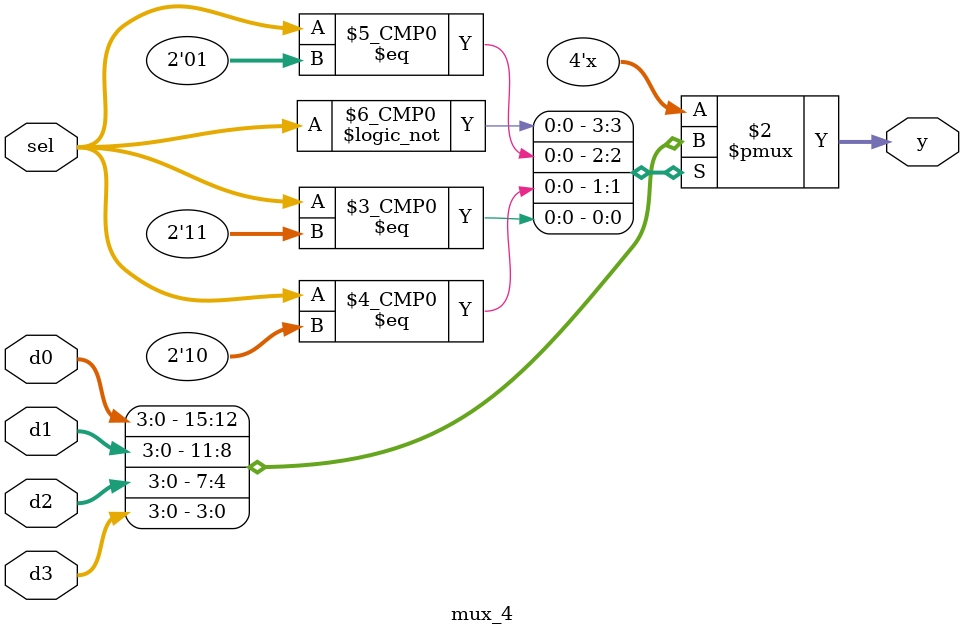
<source format=v>
module mux_4 #(parameter N=4) (d0,d1,d2,d3,sel,y);
input [N-1:0] d0,d1,d2,d3;
input [1:0] sel;
output reg [N-1:0] y;

always @(*) begin
	case (sel)
		2'b00: y = d0;
		2'b01: y = d1;
		2'b10: y = d2;
		2'b11: y = d3;
		default: ;
	endcase
end

endmodule
		
		
</source>
